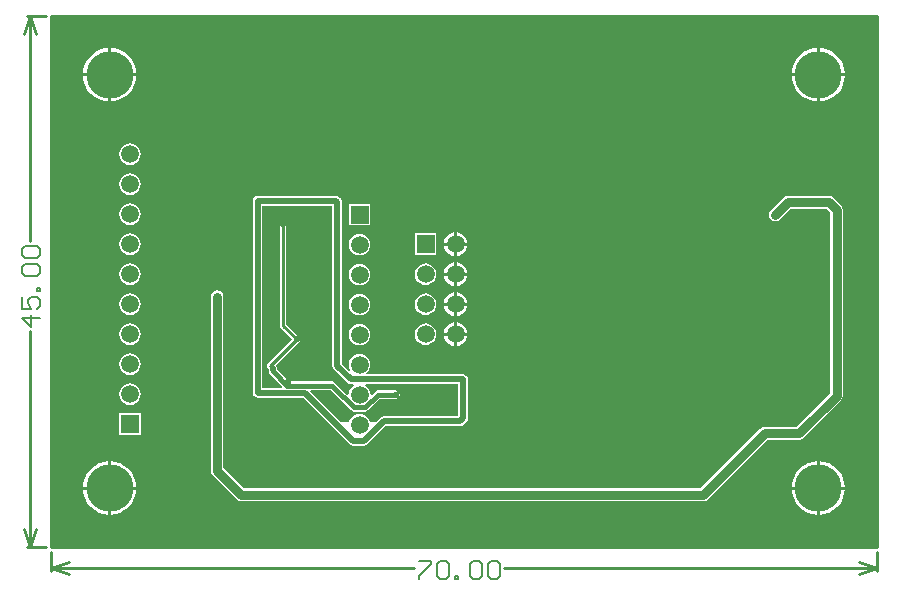
<source format=gbl>
G04*
G04 #@! TF.GenerationSoftware,Altium Limited,Altium Designer,18.1.9 (240)*
G04*
G04 Layer_Physical_Order=2*
G04 Layer_Color=16711680*
%FSLAX24Y24*%
%MOIN*%
G70*
G01*
G75*
%ADD14C,0.0100*%
%ADD15C,0.0060*%
%ADD39C,0.0150*%
%ADD40C,0.0200*%
%ADD41C,0.0300*%
%ADD42C,0.0591*%
%ADD43R,0.0591X0.0591*%
%ADD44C,0.1575*%
%ADD45C,0.0220*%
G36*
X27550Y17700D02*
X27600Y17650D01*
Y0D01*
X150D01*
X50Y100D01*
Y17650D01*
X9600D01*
X9650Y17700D01*
X27550Y17700D01*
D02*
G37*
%LPC*%
G36*
X25641Y16635D02*
Y15798D01*
X26477D01*
X26465Y15922D01*
X26414Y16089D01*
X26332Y16243D01*
X26221Y16379D01*
X26086Y16489D01*
X25932Y16572D01*
X25765Y16623D01*
X25641Y16635D01*
D02*
G37*
G36*
X25541D02*
X25417Y16623D01*
X25249Y16572D01*
X25095Y16489D01*
X24960Y16379D01*
X24849Y16243D01*
X24767Y16089D01*
X24716Y15922D01*
X24704Y15798D01*
X25541D01*
Y16635D01*
D02*
G37*
G36*
X2018D02*
Y15798D01*
X2855D01*
X2843Y15922D01*
X2792Y16089D01*
X2710Y16243D01*
X2599Y16379D01*
X2464Y16489D01*
X2310Y16572D01*
X2142Y16623D01*
X2018Y16635D01*
D02*
G37*
G36*
X1919D02*
X1795Y16623D01*
X1627Y16572D01*
X1473Y16489D01*
X1338Y16379D01*
X1227Y16243D01*
X1145Y16089D01*
X1094Y15922D01*
X1082Y15798D01*
X1919D01*
Y16635D01*
D02*
G37*
G36*
X26477Y15698D02*
X25641D01*
Y14861D01*
X25765Y14873D01*
X25932Y14924D01*
X26086Y15007D01*
X26221Y15118D01*
X26332Y15253D01*
X26414Y15407D01*
X26465Y15574D01*
X26477Y15698D01*
D02*
G37*
G36*
X25541D02*
X24704D01*
X24716Y15574D01*
X24767Y15407D01*
X24849Y15253D01*
X24960Y15118D01*
X25095Y15007D01*
X25249Y14924D01*
X25417Y14873D01*
X25541Y14861D01*
Y15698D01*
D02*
G37*
G36*
X2855D02*
X2018D01*
Y14861D01*
X2142Y14873D01*
X2310Y14924D01*
X2464Y15007D01*
X2599Y15118D01*
X2710Y15253D01*
X2792Y15407D01*
X2843Y15574D01*
X2855Y15698D01*
D02*
G37*
G36*
X1919D02*
X1082D01*
X1094Y15574D01*
X1145Y15407D01*
X1227Y15253D01*
X1338Y15118D01*
X1473Y15007D01*
X1627Y14924D01*
X1795Y14873D01*
X1919Y14861D01*
Y15698D01*
D02*
G37*
G36*
X2650Y13458D02*
X2557Y13446D01*
X2471Y13410D01*
X2397Y13353D01*
X2340Y13279D01*
X2304Y13193D01*
X2292Y13100D01*
X2304Y13007D01*
X2340Y12921D01*
X2397Y12847D01*
X2471Y12790D01*
X2557Y12754D01*
X2650Y12742D01*
X2743Y12754D01*
X2829Y12790D01*
X2903Y12847D01*
X2960Y12921D01*
X2996Y13007D01*
X3008Y13100D01*
X2996Y13193D01*
X2960Y13279D01*
X2903Y13353D01*
X2829Y13410D01*
X2743Y13446D01*
X2650Y13458D01*
D02*
G37*
G36*
Y12458D02*
X2557Y12446D01*
X2471Y12410D01*
X2397Y12353D01*
X2340Y12279D01*
X2304Y12193D01*
X2292Y12100D01*
X2304Y12007D01*
X2340Y11921D01*
X2397Y11847D01*
X2471Y11790D01*
X2557Y11754D01*
X2650Y11742D01*
X2743Y11754D01*
X2829Y11790D01*
X2903Y11847D01*
X2960Y11921D01*
X2996Y12007D01*
X3008Y12100D01*
X2996Y12193D01*
X2960Y12279D01*
X2903Y12353D01*
X2829Y12410D01*
X2743Y12446D01*
X2650Y12458D01*
D02*
G37*
G36*
Y11458D02*
X2557Y11446D01*
X2471Y11410D01*
X2397Y11353D01*
X2340Y11279D01*
X2304Y11193D01*
X2292Y11100D01*
X2304Y11007D01*
X2340Y10921D01*
X2397Y10847D01*
X2471Y10790D01*
X2557Y10754D01*
X2650Y10742D01*
X2743Y10754D01*
X2829Y10790D01*
X2903Y10847D01*
X2960Y10921D01*
X2996Y11007D01*
X3008Y11100D01*
X2996Y11193D01*
X2960Y11279D01*
X2903Y11353D01*
X2829Y11410D01*
X2743Y11446D01*
X2650Y11458D01*
D02*
G37*
G36*
X10655Y11443D02*
X9945D01*
Y10733D01*
X10655D01*
Y11443D01*
D02*
G37*
G36*
X13550Y10492D02*
Y10150D01*
X13892D01*
X13885Y10203D01*
X13845Y10299D01*
X13782Y10382D01*
X13699Y10445D01*
X13603Y10485D01*
X13550Y10492D01*
D02*
G37*
G36*
X13450D02*
X13397Y10485D01*
X13301Y10445D01*
X13218Y10382D01*
X13155Y10299D01*
X13115Y10203D01*
X13108Y10150D01*
X13450D01*
Y10492D01*
D02*
G37*
G36*
X12855Y10455D02*
X12145D01*
Y9745D01*
X12855D01*
Y10455D01*
D02*
G37*
G36*
X2650Y10458D02*
X2557Y10446D01*
X2471Y10410D01*
X2397Y10353D01*
X2340Y10279D01*
X2304Y10193D01*
X2292Y10100D01*
X2304Y10007D01*
X2340Y9921D01*
X2397Y9847D01*
X2471Y9790D01*
X2557Y9754D01*
X2650Y9742D01*
X2743Y9754D01*
X2829Y9790D01*
X2903Y9847D01*
X2960Y9921D01*
X2996Y10007D01*
X3008Y10100D01*
X2996Y10193D01*
X2960Y10279D01*
X2903Y10353D01*
X2829Y10410D01*
X2743Y10446D01*
X2650Y10458D01*
D02*
G37*
G36*
X10300Y10447D02*
X10207Y10434D01*
X10121Y10399D01*
X10047Y10342D01*
X9990Y10267D01*
X9954Y10181D01*
X9942Y10088D01*
X9954Y9995D01*
X9990Y9909D01*
X10047Y9835D01*
X10121Y9778D01*
X10207Y9742D01*
X10300Y9730D01*
X10393Y9742D01*
X10479Y9778D01*
X10553Y9835D01*
X10610Y9909D01*
X10646Y9995D01*
X10658Y10088D01*
X10646Y10181D01*
X10610Y10267D01*
X10553Y10342D01*
X10479Y10399D01*
X10393Y10434D01*
X10300Y10447D01*
D02*
G37*
G36*
X13892Y10050D02*
X13550D01*
Y9708D01*
X13603Y9715D01*
X13699Y9755D01*
X13782Y9818D01*
X13845Y9901D01*
X13885Y9997D01*
X13892Y10050D01*
D02*
G37*
G36*
X13450D02*
X13108D01*
X13115Y9997D01*
X13155Y9901D01*
X13218Y9818D01*
X13301Y9755D01*
X13397Y9715D01*
X13450Y9708D01*
Y10050D01*
D02*
G37*
G36*
X13550Y9492D02*
Y9150D01*
X13892D01*
X13885Y9203D01*
X13845Y9299D01*
X13782Y9382D01*
X13699Y9445D01*
X13603Y9485D01*
X13550Y9492D01*
D02*
G37*
G36*
X13450D02*
X13397Y9485D01*
X13301Y9445D01*
X13218Y9382D01*
X13155Y9299D01*
X13115Y9203D01*
X13108Y9150D01*
X13450D01*
Y9492D01*
D02*
G37*
G36*
X12500Y9458D02*
X12407Y9446D01*
X12321Y9410D01*
X12247Y9353D01*
X12190Y9279D01*
X12154Y9193D01*
X12142Y9100D01*
X12154Y9007D01*
X12190Y8921D01*
X12247Y8847D01*
X12321Y8790D01*
X12407Y8754D01*
X12500Y8742D01*
X12593Y8754D01*
X12679Y8790D01*
X12753Y8847D01*
X12810Y8921D01*
X12846Y9007D01*
X12858Y9100D01*
X12846Y9193D01*
X12810Y9279D01*
X12753Y9353D01*
X12679Y9410D01*
X12593Y9446D01*
X12500Y9458D01*
D02*
G37*
G36*
X2650D02*
X2557Y9446D01*
X2471Y9410D01*
X2397Y9353D01*
X2340Y9279D01*
X2304Y9193D01*
X2292Y9100D01*
X2304Y9007D01*
X2340Y8921D01*
X2397Y8847D01*
X2471Y8790D01*
X2557Y8754D01*
X2650Y8742D01*
X2743Y8754D01*
X2829Y8790D01*
X2903Y8847D01*
X2960Y8921D01*
X2996Y9007D01*
X3008Y9100D01*
X2996Y9193D01*
X2960Y9279D01*
X2903Y9353D01*
X2829Y9410D01*
X2743Y9446D01*
X2650Y9458D01*
D02*
G37*
G36*
X10300Y9447D02*
X10207Y9434D01*
X10121Y9399D01*
X10047Y9342D01*
X9990Y9267D01*
X9954Y9181D01*
X9942Y9088D01*
X9954Y8995D01*
X9990Y8909D01*
X10047Y8835D01*
X10121Y8778D01*
X10207Y8742D01*
X10300Y8730D01*
X10393Y8742D01*
X10479Y8778D01*
X10553Y8835D01*
X10610Y8909D01*
X10646Y8995D01*
X10658Y9088D01*
X10646Y9181D01*
X10610Y9267D01*
X10553Y9342D01*
X10479Y9399D01*
X10393Y9434D01*
X10300Y9447D01*
D02*
G37*
G36*
X13892Y9050D02*
X13550D01*
Y8708D01*
X13603Y8715D01*
X13699Y8755D01*
X13782Y8818D01*
X13845Y8901D01*
X13885Y8997D01*
X13892Y9050D01*
D02*
G37*
G36*
X13450D02*
X13108D01*
X13115Y8997D01*
X13155Y8901D01*
X13218Y8818D01*
X13301Y8755D01*
X13397Y8715D01*
X13450Y8708D01*
Y9050D01*
D02*
G37*
G36*
X13550Y8492D02*
Y8150D01*
X13892D01*
X13885Y8203D01*
X13845Y8299D01*
X13782Y8382D01*
X13699Y8445D01*
X13603Y8485D01*
X13550Y8492D01*
D02*
G37*
G36*
X13450D02*
X13397Y8485D01*
X13301Y8445D01*
X13218Y8382D01*
X13155Y8299D01*
X13115Y8203D01*
X13108Y8150D01*
X13450D01*
Y8492D01*
D02*
G37*
G36*
X12500Y8458D02*
X12407Y8446D01*
X12321Y8410D01*
X12247Y8353D01*
X12190Y8279D01*
X12154Y8193D01*
X12142Y8100D01*
X12154Y8007D01*
X12190Y7921D01*
X12247Y7847D01*
X12321Y7790D01*
X12407Y7754D01*
X12500Y7742D01*
X12593Y7754D01*
X12679Y7790D01*
X12753Y7847D01*
X12810Y7921D01*
X12846Y8007D01*
X12858Y8100D01*
X12846Y8193D01*
X12810Y8279D01*
X12753Y8353D01*
X12679Y8410D01*
X12593Y8446D01*
X12500Y8458D01*
D02*
G37*
G36*
X2650D02*
X2557Y8446D01*
X2471Y8410D01*
X2397Y8353D01*
X2340Y8279D01*
X2304Y8193D01*
X2292Y8100D01*
X2304Y8007D01*
X2340Y7921D01*
X2397Y7847D01*
X2471Y7790D01*
X2557Y7754D01*
X2650Y7742D01*
X2743Y7754D01*
X2829Y7790D01*
X2903Y7847D01*
X2960Y7921D01*
X2996Y8007D01*
X3008Y8100D01*
X2996Y8193D01*
X2960Y8279D01*
X2903Y8353D01*
X2829Y8410D01*
X2743Y8446D01*
X2650Y8458D01*
D02*
G37*
G36*
X10300Y8447D02*
X10207Y8434D01*
X10121Y8399D01*
X10047Y8342D01*
X9990Y8267D01*
X9954Y8181D01*
X9942Y8088D01*
X9954Y7995D01*
X9990Y7909D01*
X10047Y7835D01*
X10121Y7778D01*
X10207Y7742D01*
X10300Y7730D01*
X10393Y7742D01*
X10479Y7778D01*
X10553Y7835D01*
X10610Y7909D01*
X10646Y7995D01*
X10658Y8088D01*
X10646Y8181D01*
X10610Y8267D01*
X10553Y8342D01*
X10479Y8399D01*
X10393Y8434D01*
X10300Y8447D01*
D02*
G37*
G36*
X13892Y8050D02*
X13550D01*
Y7708D01*
X13603Y7715D01*
X13699Y7755D01*
X13782Y7818D01*
X13845Y7901D01*
X13885Y7997D01*
X13892Y8050D01*
D02*
G37*
G36*
X13450D02*
X13108D01*
X13115Y7997D01*
X13155Y7901D01*
X13218Y7818D01*
X13301Y7755D01*
X13397Y7715D01*
X13450Y7708D01*
Y8050D01*
D02*
G37*
G36*
X13550Y7492D02*
Y7150D01*
X13892D01*
X13885Y7203D01*
X13845Y7299D01*
X13782Y7382D01*
X13699Y7445D01*
X13603Y7485D01*
X13550Y7492D01*
D02*
G37*
G36*
X13450D02*
X13397Y7485D01*
X13301Y7445D01*
X13218Y7382D01*
X13155Y7299D01*
X13115Y7203D01*
X13108Y7150D01*
X13450D01*
Y7492D01*
D02*
G37*
G36*
X12500Y7458D02*
X12407Y7446D01*
X12321Y7410D01*
X12247Y7353D01*
X12190Y7279D01*
X12154Y7193D01*
X12142Y7100D01*
X12154Y7007D01*
X12190Y6921D01*
X12247Y6847D01*
X12321Y6790D01*
X12407Y6754D01*
X12500Y6742D01*
X12593Y6754D01*
X12679Y6790D01*
X12753Y6847D01*
X12810Y6921D01*
X12846Y7007D01*
X12858Y7100D01*
X12846Y7193D01*
X12810Y7279D01*
X12753Y7353D01*
X12679Y7410D01*
X12593Y7446D01*
X12500Y7458D01*
D02*
G37*
G36*
X2650D02*
X2557Y7446D01*
X2471Y7410D01*
X2397Y7353D01*
X2340Y7279D01*
X2304Y7193D01*
X2292Y7100D01*
X2304Y7007D01*
X2340Y6921D01*
X2397Y6847D01*
X2471Y6790D01*
X2557Y6754D01*
X2650Y6742D01*
X2743Y6754D01*
X2829Y6790D01*
X2903Y6847D01*
X2960Y6921D01*
X2996Y7007D01*
X3008Y7100D01*
X2996Y7193D01*
X2960Y7279D01*
X2903Y7353D01*
X2829Y7410D01*
X2743Y7446D01*
X2650Y7458D01*
D02*
G37*
G36*
X10300Y7447D02*
X10207Y7434D01*
X10121Y7399D01*
X10047Y7342D01*
X9990Y7267D01*
X9954Y7181D01*
X9942Y7088D01*
X9954Y6995D01*
X9990Y6909D01*
X10047Y6835D01*
X10121Y6778D01*
X10207Y6742D01*
X10300Y6730D01*
X10393Y6742D01*
X10479Y6778D01*
X10553Y6835D01*
X10610Y6909D01*
X10646Y6995D01*
X10658Y7088D01*
X10646Y7181D01*
X10610Y7267D01*
X10553Y7342D01*
X10479Y7399D01*
X10393Y7434D01*
X10300Y7447D01*
D02*
G37*
G36*
X13892Y7050D02*
X13550D01*
Y6708D01*
X13603Y6715D01*
X13699Y6755D01*
X13782Y6818D01*
X13845Y6901D01*
X13885Y6997D01*
X13892Y7050D01*
D02*
G37*
G36*
X13450D02*
X13108D01*
X13115Y6997D01*
X13155Y6901D01*
X13218Y6818D01*
X13301Y6755D01*
X13397Y6715D01*
X13450Y6708D01*
Y7050D01*
D02*
G37*
G36*
X2650Y6458D02*
X2557Y6446D01*
X2471Y6410D01*
X2397Y6353D01*
X2340Y6279D01*
X2304Y6193D01*
X2292Y6100D01*
X2304Y6007D01*
X2340Y5921D01*
X2397Y5847D01*
X2471Y5790D01*
X2557Y5754D01*
X2650Y5742D01*
X2743Y5754D01*
X2829Y5790D01*
X2903Y5847D01*
X2960Y5921D01*
X2996Y6007D01*
X3008Y6100D01*
X2996Y6193D01*
X2960Y6279D01*
X2903Y6353D01*
X2829Y6410D01*
X2743Y6446D01*
X2650Y6458D01*
D02*
G37*
G36*
Y5458D02*
X2557Y5446D01*
X2471Y5410D01*
X2397Y5353D01*
X2340Y5279D01*
X2304Y5193D01*
X2292Y5100D01*
X2304Y5007D01*
X2340Y4921D01*
X2397Y4847D01*
X2471Y4790D01*
X2557Y4754D01*
X2650Y4742D01*
X2743Y4754D01*
X2829Y4790D01*
X2903Y4847D01*
X2960Y4921D01*
X2996Y5007D01*
X3008Y5100D01*
X2996Y5193D01*
X2960Y5279D01*
X2903Y5353D01*
X2829Y5410D01*
X2743Y5446D01*
X2650Y5458D01*
D02*
G37*
G36*
X3005Y4455D02*
X2295D01*
Y3745D01*
X3005D01*
Y4455D01*
D02*
G37*
G36*
X9500Y11713D02*
X6900D01*
X6838Y11701D01*
X6785Y11665D01*
X6749Y11612D01*
X6737Y11550D01*
Y5250D01*
Y5150D01*
X6749Y5088D01*
X6785Y5035D01*
X6838Y4999D01*
X6900Y4987D01*
X8416D01*
X9976Y3426D01*
X10029Y3391D01*
X10092Y3378D01*
X10450D01*
X10512Y3391D01*
X10565Y3426D01*
X11176Y4037D01*
X13650D01*
X13712Y4049D01*
X13765Y4085D01*
X13865Y4185D01*
X13901Y4238D01*
X13913Y4300D01*
Y5600D01*
X13901Y5662D01*
X13865Y5715D01*
X13812Y5751D01*
X13750Y5763D01*
X10542D01*
X10525Y5813D01*
X10553Y5835D01*
X10610Y5909D01*
X10646Y5995D01*
X10658Y6088D01*
X10646Y6181D01*
X10610Y6267D01*
X10553Y6342D01*
X10479Y6399D01*
X10393Y6434D01*
X10300Y6447D01*
X10207Y6434D01*
X10121Y6399D01*
X10047Y6342D01*
X9990Y6267D01*
X9954Y6181D01*
X9942Y6088D01*
X9954Y5995D01*
X9990Y5909D01*
X9949Y5881D01*
X9713Y6118D01*
Y11500D01*
X9701Y11562D01*
X9676Y11600D01*
Y11650D01*
X9631D01*
X9615Y11665D01*
X9562Y11701D01*
X9500Y11713D01*
D02*
G37*
G36*
X25641Y2855D02*
Y2018D01*
X26477D01*
X26465Y2142D01*
X26414Y2310D01*
X26332Y2464D01*
X26221Y2599D01*
X26086Y2710D01*
X25932Y2792D01*
X25765Y2843D01*
X25641Y2855D01*
D02*
G37*
G36*
X25541D02*
X25417Y2843D01*
X25249Y2792D01*
X25095Y2710D01*
X24960Y2599D01*
X24849Y2464D01*
X24767Y2310D01*
X24716Y2142D01*
X24704Y2018D01*
X25541D01*
Y2855D01*
D02*
G37*
G36*
X2018D02*
Y2018D01*
X2855D01*
X2843Y2142D01*
X2792Y2310D01*
X2710Y2464D01*
X2599Y2599D01*
X2464Y2710D01*
X2310Y2792D01*
X2142Y2843D01*
X2018Y2855D01*
D02*
G37*
G36*
X1919D02*
X1795Y2843D01*
X1627Y2792D01*
X1473Y2710D01*
X1338Y2599D01*
X1227Y2464D01*
X1145Y2310D01*
X1094Y2142D01*
X1082Y2018D01*
X1919D01*
Y2855D01*
D02*
G37*
G36*
X25950Y11714D02*
X24571D01*
X24489Y11698D01*
X24419Y11651D01*
X23999Y11231D01*
X23952Y11161D01*
X23936Y11080D01*
X23952Y10998D01*
X23999Y10928D01*
X24068Y10882D01*
X24150Y10865D01*
X24232Y10882D01*
X24302Y10928D01*
X24659Y11286D01*
X25861D01*
X25986Y11161D01*
Y5129D01*
X24871Y4014D01*
X23800D01*
X23718Y3998D01*
X23649Y3951D01*
X21661Y1964D01*
X6439D01*
X5764Y2639D01*
Y8350D01*
X5748Y8432D01*
X5701Y8501D01*
X5632Y8548D01*
X5550Y8564D01*
X5468Y8548D01*
X5399Y8501D01*
X5352Y8432D01*
X5336Y8350D01*
Y2550D01*
X5352Y2468D01*
X5399Y2399D01*
X6199Y1599D01*
X6268Y1552D01*
X6350Y1536D01*
X21750D01*
X21832Y1552D01*
X21901Y1599D01*
X23889Y3586D01*
X24960D01*
X25042Y3602D01*
X25111Y3649D01*
X26351Y4889D01*
X26398Y4958D01*
X26414Y5040D01*
Y11250D01*
X26398Y11332D01*
X26351Y11401D01*
X26101Y11651D01*
X26032Y11698D01*
X25950Y11714D01*
D02*
G37*
G36*
X26477Y1919D02*
X25641D01*
Y1082D01*
X25765Y1094D01*
X25932Y1145D01*
X26086Y1227D01*
X26221Y1338D01*
X26332Y1473D01*
X26414Y1627D01*
X26465Y1795D01*
X26477Y1919D01*
D02*
G37*
G36*
X25541D02*
X24704D01*
X24716Y1795D01*
X24767Y1627D01*
X24849Y1473D01*
X24960Y1338D01*
X25095Y1227D01*
X25249Y1145D01*
X25417Y1094D01*
X25541Y1082D01*
Y1919D01*
D02*
G37*
G36*
X2855D02*
X2018D01*
Y1082D01*
X2142Y1094D01*
X2310Y1145D01*
X2464Y1227D01*
X2599Y1338D01*
X2710Y1473D01*
X2792Y1627D01*
X2843Y1795D01*
X2855Y1919D01*
D02*
G37*
G36*
X1919D02*
X1082D01*
X1094Y1795D01*
X1145Y1627D01*
X1227Y1473D01*
X1338Y1338D01*
X1473Y1227D01*
X1627Y1145D01*
X1795Y1094D01*
X1919Y1082D01*
Y1919D01*
D02*
G37*
%LPD*%
G36*
X9387Y6050D02*
X9399Y5988D01*
X9435Y5935D01*
X9885Y5485D01*
X9938Y5449D01*
X10000Y5437D01*
X10089D01*
X10106Y5387D01*
X10047Y5342D01*
X9990Y5267D01*
X9954Y5181D01*
X9943Y5102D01*
X9897Y5078D01*
X9492Y5482D01*
X9447Y5512D01*
X9395Y5523D01*
X7950D01*
X7560Y5912D01*
Y5937D01*
X7550Y5990D01*
X7520Y6035D01*
X7516Y6078D01*
X8283Y6845D01*
X8308Y6882D01*
X8316Y6924D01*
X8308Y6967D01*
X8283Y7004D01*
X8283Y7004D01*
X7862Y7425D01*
Y10761D01*
X7854Y10804D01*
X7829Y10840D01*
X7793Y10865D01*
X7750Y10873D01*
X7707Y10865D01*
X7671Y10840D01*
X7646Y10804D01*
X7638Y10761D01*
Y7378D01*
X7638Y7378D01*
X7646Y7336D01*
X7671Y7299D01*
X8045Y6924D01*
X7249Y6128D01*
X7224Y6091D01*
X7216Y6049D01*
X7224Y6006D01*
X7249Y5969D01*
X7285Y5933D01*
Y5855D01*
X7296Y5803D01*
X7325Y5758D01*
X7724Y5359D01*
X7705Y5313D01*
X7063D01*
Y11387D01*
X9387D01*
Y6050D01*
D02*
G37*
G36*
X13587Y4368D02*
X13582Y4363D01*
X11108D01*
X11046Y4351D01*
X10993Y4315D01*
X10882Y4204D01*
X10840Y4185D01*
X10645D01*
X10610Y4267D01*
X10553Y4342D01*
X10479Y4399D01*
X10393Y4434D01*
X10300Y4447D01*
X10207Y4434D01*
X10121Y4399D01*
X10047Y4342D01*
X9990Y4267D01*
X9955Y4185D01*
X9679D01*
X8663Y5201D01*
X8682Y5247D01*
X9338D01*
X10024Y4561D01*
X10024Y4561D01*
X10069Y4531D01*
X10122Y4520D01*
X10478D01*
X10531Y4531D01*
X10576Y4561D01*
X10966Y4951D01*
X11500D01*
X11553Y4961D01*
X11597Y4991D01*
X11627Y5035D01*
X11638Y5088D01*
X11627Y5141D01*
X11597Y5186D01*
X11553Y5215D01*
X11500Y5226D01*
X10908D01*
X10856Y5215D01*
X10811Y5186D01*
X10703Y5078D01*
X10657Y5102D01*
X10646Y5181D01*
X10610Y5267D01*
X10553Y5342D01*
X10494Y5387D01*
X10511Y5437D01*
X13587D01*
Y4368D01*
D02*
G37*
D14*
X7423Y5937D02*
Y5954D01*
X7328Y6049D02*
X7423Y5954D01*
X7750Y7378D02*
X8204Y6924D01*
X7750Y7378D02*
Y10761D01*
X7328Y6049D02*
X8204Y6924D01*
X27559Y0D02*
Y17717D01*
X0D02*
X27559D01*
X0Y0D02*
X27559D01*
X0D02*
Y17717D01*
X-900Y600D02*
X-700Y0D01*
X-500Y600D01*
X-700Y17717D02*
X-500Y17117D01*
X-900D02*
X-700Y17717D01*
Y0D02*
Y7189D01*
Y10208D02*
Y17717D01*
X-800Y0D02*
X-150D01*
X-800Y17717D02*
X-150D01*
X0Y-700D02*
X600Y-500D01*
X0Y-700D02*
X600Y-900D01*
X26959D02*
X27559Y-700D01*
X26959Y-500D02*
X27559Y-700D01*
X0D02*
X12110D01*
X15129D02*
X27559D01*
X0Y-800D02*
Y-150D01*
X27559Y-800D02*
Y-150D01*
D15*
X-340Y7649D02*
X-940D01*
X-640Y7349D01*
Y7749D01*
X-940Y8348D02*
Y7949D01*
X-640D01*
X-740Y8148D01*
Y8248D01*
X-640Y8348D01*
X-440D01*
X-340Y8248D01*
Y8048D01*
X-440Y7949D01*
X-340Y8548D02*
X-440D01*
Y8648D01*
X-340D01*
Y8548D01*
X-840Y9048D02*
X-940Y9148D01*
Y9348D01*
X-840Y9448D01*
X-440D01*
X-340Y9348D01*
Y9148D01*
X-440Y9048D01*
X-840D01*
Y9648D02*
X-940Y9748D01*
Y9948D01*
X-840Y10048D01*
X-440D01*
X-340Y9948D01*
Y9748D01*
X-440Y9648D01*
X-840D01*
X12270Y-460D02*
X12670D01*
Y-560D01*
X12270Y-960D01*
Y-1060D01*
X12870Y-560D02*
X12970Y-460D01*
X13170D01*
X13270Y-560D01*
Y-960D01*
X13170Y-1060D01*
X12970D01*
X12870Y-960D01*
Y-560D01*
X13470Y-1060D02*
Y-960D01*
X13570D01*
Y-1060D01*
X13470D01*
X13969Y-560D02*
X14069Y-460D01*
X14269D01*
X14369Y-560D01*
Y-960D01*
X14269Y-1060D01*
X14069D01*
X13969Y-960D01*
Y-560D01*
X14569D02*
X14669Y-460D01*
X14869D01*
X14969Y-560D01*
Y-960D01*
X14869Y-1060D01*
X14669D01*
X14569Y-960D01*
Y-560D01*
D39*
X7423Y5855D02*
Y5937D01*
Y5855D02*
X7893Y5385D01*
X9395D01*
X10122Y4658D01*
X10478D01*
X10908Y5088D01*
X11500D01*
D40*
X10092Y3541D02*
X10450D01*
X8483Y5150D02*
X10092Y3541D01*
X10450D02*
X11108Y4200D01*
X6900Y5150D02*
X8483D01*
X11108Y4200D02*
X13650D01*
X13750Y4300D01*
Y5600D01*
X6900Y5150D02*
Y5250D01*
Y11550D01*
X10000Y5600D02*
X13750D01*
X9550Y6050D02*
X10000Y5600D01*
X9550Y6050D02*
Y11500D01*
X9500Y11550D02*
X9550Y11500D01*
X8550Y11550D02*
X9500D01*
X6900D02*
X8550D01*
D41*
X21750Y1750D02*
X23800Y3800D01*
X24150Y11080D02*
X24571Y11500D01*
X25950D01*
X26200Y11250D01*
Y5040D02*
Y11250D01*
X24960Y3800D02*
X26200Y5040D01*
X23800Y3800D02*
X24960D01*
X6350Y1750D02*
X21750D01*
X5550Y2550D02*
Y8350D01*
Y2550D02*
X6350Y1750D01*
D42*
X10300Y4088D02*
D03*
Y5088D02*
D03*
Y6088D02*
D03*
Y7088D02*
D03*
Y8088D02*
D03*
Y9088D02*
D03*
Y10088D02*
D03*
X2650Y5100D02*
D03*
Y7100D02*
D03*
Y8100D02*
D03*
Y9100D02*
D03*
Y10100D02*
D03*
Y11100D02*
D03*
Y12100D02*
D03*
Y13100D02*
D03*
Y6100D02*
D03*
X13500Y10100D02*
D03*
X12500Y9100D02*
D03*
X13500D02*
D03*
X12500Y8100D02*
D03*
X13500D02*
D03*
X12500Y7100D02*
D03*
X13500D02*
D03*
D43*
X10300Y11088D02*
D03*
X2650Y4100D02*
D03*
X12500Y10100D02*
D03*
D44*
X1969Y1969D02*
D03*
Y15748D02*
D03*
X25591Y1969D02*
D03*
Y15748D02*
D03*
D45*
X24403Y4450D02*
D03*
X25200Y4800D02*
D03*
X24150Y11080D02*
D03*
X22400Y16600D02*
D03*
X20354D02*
D03*
X22400Y15748D02*
D03*
X20354D02*
D03*
X24004Y5937D02*
D03*
Y7592D02*
D03*
Y6794D02*
D03*
X22650Y10374D02*
D03*
X21100Y10344D02*
D03*
X15191Y2310D02*
D03*
X13809D02*
D03*
X12426D02*
D03*
X11044D02*
D03*
X20720D02*
D03*
X19338D02*
D03*
X17955D02*
D03*
X16573D02*
D03*
X12850Y5088D02*
D03*
X11955D02*
D03*
X9238Y5750D02*
D03*
X8950Y6321D02*
D03*
X7900Y5504D02*
D03*
X7423D02*
D03*
X9800Y4600D02*
D03*
X5228Y13235D02*
D03*
X5800Y11962D02*
D03*
X4400Y12047D02*
D03*
X3614Y11717D02*
D03*
X10600Y3217D02*
D03*
X9722D02*
D03*
X8690Y4500D02*
D03*
X6050Y4529D02*
D03*
X5175D02*
D03*
X4600Y5338D02*
D03*
X3950D02*
D03*
X8300Y12109D02*
D03*
X11650Y9181D02*
D03*
Y10279D02*
D03*
X10800Y9650D02*
D03*
Y8550D02*
D03*
X10861Y7129D02*
D03*
X12360Y6024D02*
D03*
X19050Y5574D02*
D03*
X18100D02*
D03*
X20300Y6101D02*
D03*
X22152Y6794D02*
D03*
X20300D02*
D03*
X19923Y11329D02*
D03*
X19210D02*
D03*
X18496D02*
D03*
X17782D02*
D03*
X17069D02*
D03*
X1200Y4743D02*
D03*
Y6093D02*
D03*
Y7442D02*
D03*
Y8792D02*
D03*
Y10141D02*
D03*
Y11491D02*
D03*
Y12840D02*
D03*
Y14190D02*
D03*
X26600Y4837D02*
D03*
Y6187D02*
D03*
Y7537D02*
D03*
Y8887D02*
D03*
Y10237D02*
D03*
Y11586D02*
D03*
Y12936D02*
D03*
Y14286D02*
D03*
X17926Y800D02*
D03*
X19308D02*
D03*
X20690D02*
D03*
X22073D02*
D03*
X12397D02*
D03*
X13779D02*
D03*
X15161D02*
D03*
X16544D02*
D03*
X3950Y1200D02*
D03*
X5308D02*
D03*
X6665D02*
D03*
X8023D02*
D03*
X3950Y2150D02*
D03*
X5308D02*
D03*
X6665D02*
D03*
X8023D02*
D03*
X12284Y15748D02*
D03*
X14330D02*
D03*
X16376D02*
D03*
X18423D02*
D03*
X12284Y16600D02*
D03*
X14330D02*
D03*
X16376D02*
D03*
X18423D02*
D03*
X4100Y15600D02*
D03*
X6146D02*
D03*
X8192D02*
D03*
X10238D02*
D03*
Y16550D02*
D03*
X8192D02*
D03*
X6146D02*
D03*
X4100D02*
D03*
X15759Y7434D02*
D03*
X15817Y8788D02*
D03*
X16250D02*
D03*
X15800Y8193D02*
D03*
X16250Y8181D02*
D03*
X14400Y12250D02*
D03*
X19897Y12615D02*
D03*
X18350D02*
D03*
X13500Y11329D02*
D03*
X16355D02*
D03*
X14927D02*
D03*
X14214D02*
D03*
X15375Y8193D02*
D03*
X14950D02*
D03*
X15383Y8788D02*
D03*
X14950D02*
D03*
X14600Y7088D02*
D03*
Y8088D02*
D03*
Y9088D02*
D03*
Y10088D02*
D03*
X19200Y4553D02*
D03*
X18199Y4149D02*
D03*
X25687Y9337D02*
D03*
Y10214D02*
D03*
Y11091D02*
D03*
Y11968D02*
D03*
X25285Y12350D02*
D03*
X25679Y5250D02*
D03*
Y6142D02*
D03*
X25687Y6982D02*
D03*
X18759Y12208D02*
D03*
X19600Y12221D02*
D03*
X19200Y12615D02*
D03*
X15375Y12236D02*
D03*
X14035Y12575D02*
D03*
X14900Y12602D02*
D03*
X17570Y7464D02*
D03*
X19954Y7465D02*
D03*
X19150Y7464D02*
D03*
X18343Y7465D02*
D03*
X15754Y9970D02*
D03*
X18750Y9150D02*
D03*
X19650Y8818D02*
D03*
X18750D02*
D03*
X17850D02*
D03*
X19650Y9150D02*
D03*
X17850D02*
D03*
X7423Y5937D02*
D03*
X8204Y6924D02*
D03*
X13350Y3400D02*
D03*
X5550Y8350D02*
D03*
X13500Y6565D02*
D03*
Y10635D02*
D03*
X14185Y10100D02*
D03*
Y9100D02*
D03*
Y8100D02*
D03*
Y7100D02*
D03*
X13320Y5088D02*
D03*
X12410D02*
D03*
X11500D02*
D03*
X7750Y10761D02*
D03*
X18750Y5000D02*
D03*
X19600Y5000D02*
D03*
X16880Y5107D02*
D03*
X16050Y5137D02*
D03*
X15140Y5137D02*
D03*
X14230D02*
D03*
X15595Y4553D02*
D03*
X14700Y4553D02*
D03*
X17174Y12180D02*
D03*
X9600Y12615D02*
D03*
X9100Y12100D02*
D03*
M02*

</source>
